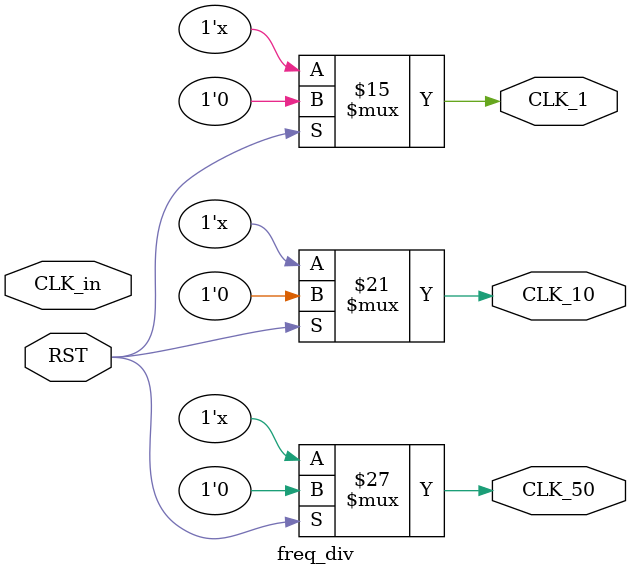
<source format=v>
module freq_div (CLK_in, CLK_50, CLK_10, CLK_1, RST);
input CLK_in, RST;
output reg CLK_50, CLK_10, CLK_1;

// Initialize counters for each frequency division
always @* begin
  // CLK_50 generation
  if (RST) begin
    CLK_50 <= 0;
  end else begin
    if (CLK_in == 1) begin
      CLK_50 <= ~CLK_50;
    end else begin
      CLK_50 <= CLK_50 + 1;
    end
  end

  // CLK_10 generation
  if (RST) begin
    CLK_10 <= 0;
  end else begin
    if (CLK_in == 1) begin
      CLK_10 <= ~CLK_10;
    end else begin
      CLK_10 <= CLK_10 + 1;
    end
  end

  // CLK_1 generation
  if (RST) begin
    CLK_1 <= 0;
  end else begin
    if (CLK_in == 1) begin
      CLK_1 <= ~CLK_1;
    end else begin
      CLK_1 <= CLK_1 + 1;
    end
  end
end

endmodule
</source>
